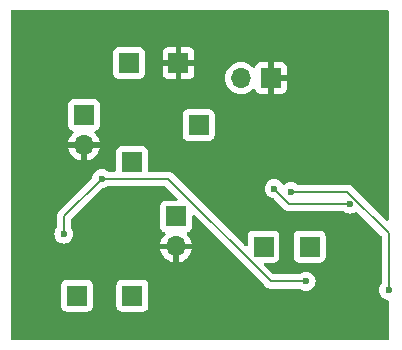
<source format=gbr>
%TF.GenerationSoftware,KiCad,Pcbnew,8.0.4*%
%TF.CreationDate,2024-09-13T17:59:23-07:00*%
%TF.ProjectId,powerTest,706f7765-7254-4657-9374-2e6b69636164,rev?*%
%TF.SameCoordinates,Original*%
%TF.FileFunction,Copper,L2,Bot*%
%TF.FilePolarity,Positive*%
%FSLAX46Y46*%
G04 Gerber Fmt 4.6, Leading zero omitted, Abs format (unit mm)*
G04 Created by KiCad (PCBNEW 8.0.4) date 2024-09-13 17:59:23*
%MOMM*%
%LPD*%
G01*
G04 APERTURE LIST*
%TA.AperFunction,ComponentPad*%
%ADD10R,1.700000X1.700000*%
%TD*%
%TA.AperFunction,ComponentPad*%
%ADD11O,1.700000X1.700000*%
%TD*%
%TA.AperFunction,ViaPad*%
%ADD12C,0.600000*%
%TD*%
%TA.AperFunction,Conductor*%
%ADD13C,0.200000*%
%TD*%
G04 APERTURE END LIST*
D10*
%TO.P,J9,1,Pin_1*%
%TO.N,+3.3V*%
X101250000Y-100900000D03*
%TD*%
%TO.P,J1,1,Pin_1*%
%TO.N,GND*%
X113040000Y-93775000D03*
D11*
%TO.P,J1,2,Pin_2*%
%TO.N,Net-(J1-Pin_2)*%
X110500000Y-93775000D03*
%TD*%
D10*
%TO.P,J8,1,Pin_1*%
%TO.N,GND*%
X105200000Y-92500000D03*
%TD*%
%TO.P,J5,1,Pin_1*%
%TO.N,LLD*%
X106900000Y-97750000D03*
%TD*%
%TO.P,J2,1,Pin_1*%
%TO.N,Net-(J2-Pin_1)*%
X105000000Y-105500000D03*
D11*
%TO.P,J2,2,Pin_2*%
%TO.N,GND*%
X105000000Y-108040000D03*
%TD*%
D10*
%TO.P,J3,1,Pin_1*%
%TO.N,Net-(J3-Pin_1)*%
X97200000Y-96900000D03*
D11*
%TO.P,J3,2,Pin_2*%
%TO.N,GND*%
X97200000Y-99440000D03*
%TD*%
D10*
%TO.P,J6,1,Pin_1*%
%TO.N,5V_EN*%
X101300000Y-112200000D03*
%TD*%
%TO.P,J11,1,Pin_1*%
%TO.N,+5V*%
X96600000Y-112200000D03*
%TD*%
%TO.P,J4,1,Pin_1*%
%TO.N,~{CHRGR_EN}*%
X112400000Y-108050000D03*
%TD*%
%TO.P,J10,1,Pin_1*%
%TO.N,VSS*%
X116300000Y-108050000D03*
%TD*%
%TO.P,J7,1,Pin_1*%
%TO.N,~{SNSR_EN}*%
X101000000Y-92500000D03*
%TD*%
D12*
%TO.N,GND*%
X114850000Y-96500000D03*
X107700000Y-110300000D03*
X102300000Y-107100000D03*
X109500000Y-110300000D03*
X99000000Y-110600000D03*
X121900000Y-115100000D03*
%TO.N,Net-(JP1-A)*%
X113300000Y-103150000D03*
X119700000Y-104450000D03*
%TO.N,/SETSD*%
X123000000Y-111750000D03*
X114750000Y-103400000D03*
%TO.N,VSS*%
X95500000Y-107000000D03*
X116000000Y-111000000D03*
X98700000Y-102300000D03*
%TD*%
D13*
%TO.N,Net-(JP1-A)*%
X119700000Y-104450000D02*
X114600000Y-104450000D01*
X114600000Y-104450000D02*
X113300000Y-103150000D01*
%TO.N,/SETSD*%
X123000000Y-111750000D02*
X123000000Y-106901471D01*
X123000000Y-106901471D02*
X119498529Y-103400000D01*
X119498529Y-103400000D02*
X114750000Y-103400000D01*
%TO.N,VSS*%
X95500000Y-107000000D02*
X95500000Y-105500000D01*
X95500000Y-105500000D02*
X98700000Y-102300000D01*
X116000000Y-111000000D02*
X113000000Y-111000000D01*
X113000000Y-111000000D02*
X104300000Y-102300000D01*
X104300000Y-102300000D02*
X98700000Y-102300000D01*
%TD*%
%TA.AperFunction,Conductor*%
%TO.N,GND*%
G36*
X122943039Y-88019685D02*
G01*
X122988794Y-88072489D01*
X123000000Y-88124000D01*
X123000000Y-105752873D01*
X122980315Y-105819912D01*
X122927511Y-105865667D01*
X122858353Y-105875611D01*
X122794797Y-105846586D01*
X122788319Y-105840554D01*
X119986119Y-103038355D01*
X119986117Y-103038352D01*
X119867246Y-102919481D01*
X119867245Y-102919480D01*
X119763489Y-102859577D01*
X119763488Y-102859576D01*
X119730312Y-102840422D01*
X119674410Y-102825443D01*
X119577586Y-102799499D01*
X119419472Y-102799499D01*
X119411876Y-102799499D01*
X119411860Y-102799500D01*
X115332412Y-102799500D01*
X115265373Y-102779815D01*
X115255097Y-102772445D01*
X115252263Y-102770185D01*
X115252262Y-102770184D01*
X115195496Y-102734515D01*
X115099523Y-102674211D01*
X114929254Y-102614631D01*
X114929249Y-102614630D01*
X114750004Y-102594435D01*
X114749996Y-102594435D01*
X114570750Y-102614630D01*
X114570745Y-102614631D01*
X114400476Y-102674211D01*
X114247737Y-102770184D01*
X114209692Y-102808229D01*
X114148369Y-102841714D01*
X114078677Y-102836728D01*
X114022744Y-102794856D01*
X114017018Y-102786519D01*
X113929815Y-102647737D01*
X113802262Y-102520184D01*
X113649523Y-102424211D01*
X113479254Y-102364631D01*
X113479249Y-102364630D01*
X113300004Y-102344435D01*
X113299996Y-102344435D01*
X113120750Y-102364630D01*
X113120745Y-102364631D01*
X112950476Y-102424211D01*
X112797737Y-102520184D01*
X112670184Y-102647737D01*
X112574211Y-102800476D01*
X112514631Y-102970745D01*
X112514630Y-102970750D01*
X112494435Y-103149996D01*
X112494435Y-103150003D01*
X112514630Y-103329249D01*
X112514631Y-103329254D01*
X112574211Y-103499523D01*
X112670184Y-103652262D01*
X112797738Y-103779816D01*
X112950478Y-103875789D01*
X113120745Y-103935368D01*
X113207669Y-103945161D01*
X113272080Y-103972226D01*
X113281464Y-103980699D01*
X114231284Y-104930520D01*
X114231286Y-104930521D01*
X114231290Y-104930524D01*
X114368209Y-105009573D01*
X114368216Y-105009577D01*
X114520943Y-105050501D01*
X114520945Y-105050501D01*
X114686654Y-105050501D01*
X114686670Y-105050500D01*
X119117588Y-105050500D01*
X119184627Y-105070185D01*
X119194903Y-105077555D01*
X119197736Y-105079814D01*
X119197738Y-105079816D01*
X119350478Y-105175789D01*
X119520745Y-105235368D01*
X119520750Y-105235369D01*
X119699996Y-105255565D01*
X119700000Y-105255565D01*
X119700004Y-105255565D01*
X119879249Y-105235369D01*
X119879252Y-105235368D01*
X119879255Y-105235368D01*
X120049522Y-105175789D01*
X120196432Y-105083478D01*
X120263668Y-105064479D01*
X120330504Y-105084847D01*
X120350085Y-105100792D01*
X122363181Y-107113887D01*
X122396666Y-107175210D01*
X122399500Y-107201568D01*
X122399500Y-111167587D01*
X122379815Y-111234626D01*
X122372450Y-111244896D01*
X122370186Y-111247734D01*
X122274211Y-111400476D01*
X122214631Y-111570745D01*
X122214630Y-111570750D01*
X122194435Y-111749996D01*
X122194435Y-111750003D01*
X122214630Y-111929249D01*
X122214631Y-111929254D01*
X122274211Y-112099523D01*
X122370184Y-112252262D01*
X122497738Y-112379816D01*
X122650478Y-112475789D01*
X122820745Y-112535368D01*
X122820749Y-112535369D01*
X122889883Y-112543158D01*
X122954297Y-112570224D01*
X122993852Y-112627818D01*
X123000000Y-112666378D01*
X123000000Y-115876000D01*
X122980315Y-115943039D01*
X122927511Y-115988794D01*
X122876000Y-116000000D01*
X91124000Y-116000000D01*
X91056961Y-115980315D01*
X91011206Y-115927511D01*
X91000000Y-115876000D01*
X91000000Y-111302135D01*
X95249500Y-111302135D01*
X95249500Y-113097870D01*
X95249501Y-113097876D01*
X95255908Y-113157483D01*
X95306202Y-113292328D01*
X95306206Y-113292335D01*
X95392452Y-113407544D01*
X95392455Y-113407547D01*
X95507664Y-113493793D01*
X95507671Y-113493797D01*
X95642517Y-113544091D01*
X95642516Y-113544091D01*
X95649444Y-113544835D01*
X95702127Y-113550500D01*
X97497872Y-113550499D01*
X97557483Y-113544091D01*
X97692331Y-113493796D01*
X97807546Y-113407546D01*
X97893796Y-113292331D01*
X97944091Y-113157483D01*
X97950500Y-113097873D01*
X97950499Y-111302135D01*
X99949500Y-111302135D01*
X99949500Y-113097870D01*
X99949501Y-113097876D01*
X99955908Y-113157483D01*
X100006202Y-113292328D01*
X100006206Y-113292335D01*
X100092452Y-113407544D01*
X100092455Y-113407547D01*
X100207664Y-113493793D01*
X100207671Y-113493797D01*
X100342517Y-113544091D01*
X100342516Y-113544091D01*
X100349444Y-113544835D01*
X100402127Y-113550500D01*
X102197872Y-113550499D01*
X102257483Y-113544091D01*
X102392331Y-113493796D01*
X102507546Y-113407546D01*
X102593796Y-113292331D01*
X102644091Y-113157483D01*
X102650500Y-113097873D01*
X102650499Y-111302128D01*
X102644091Y-111242517D01*
X102635104Y-111218422D01*
X102593797Y-111107671D01*
X102593793Y-111107664D01*
X102507547Y-110992455D01*
X102507544Y-110992452D01*
X102392335Y-110906206D01*
X102392328Y-110906202D01*
X102257482Y-110855908D01*
X102257483Y-110855908D01*
X102197883Y-110849501D01*
X102197881Y-110849500D01*
X102197873Y-110849500D01*
X102197864Y-110849500D01*
X100402129Y-110849500D01*
X100402123Y-110849501D01*
X100342516Y-110855908D01*
X100207671Y-110906202D01*
X100207664Y-110906206D01*
X100092455Y-110992452D01*
X100092452Y-110992455D01*
X100006206Y-111107664D01*
X100006202Y-111107671D01*
X99955908Y-111242517D01*
X99949501Y-111302116D01*
X99949501Y-111302123D01*
X99949500Y-111302135D01*
X97950499Y-111302135D01*
X97950499Y-111302128D01*
X97944091Y-111242517D01*
X97935104Y-111218422D01*
X97893797Y-111107671D01*
X97893793Y-111107664D01*
X97807547Y-110992455D01*
X97807544Y-110992452D01*
X97692335Y-110906206D01*
X97692328Y-110906202D01*
X97557482Y-110855908D01*
X97557483Y-110855908D01*
X97497883Y-110849501D01*
X97497881Y-110849500D01*
X97497873Y-110849500D01*
X97497864Y-110849500D01*
X95702129Y-110849500D01*
X95702123Y-110849501D01*
X95642516Y-110855908D01*
X95507671Y-110906202D01*
X95507664Y-110906206D01*
X95392455Y-110992452D01*
X95392452Y-110992455D01*
X95306206Y-111107664D01*
X95306202Y-111107671D01*
X95255908Y-111242517D01*
X95249501Y-111302116D01*
X95249501Y-111302123D01*
X95249500Y-111302135D01*
X91000000Y-111302135D01*
X91000000Y-106999996D01*
X94694435Y-106999996D01*
X94694435Y-107000003D01*
X94714630Y-107179249D01*
X94714631Y-107179254D01*
X94774211Y-107349523D01*
X94870184Y-107502262D01*
X94997738Y-107629816D01*
X95150478Y-107725789D01*
X95320745Y-107785368D01*
X95320750Y-107785369D01*
X95499996Y-107805565D01*
X95500000Y-107805565D01*
X95500004Y-107805565D01*
X95679249Y-107785369D01*
X95679252Y-107785368D01*
X95679255Y-107785368D01*
X95849522Y-107725789D01*
X96002262Y-107629816D01*
X96129816Y-107502262D01*
X96225789Y-107349522D01*
X96285368Y-107179255D01*
X96286532Y-107168926D01*
X96305565Y-107000003D01*
X96305565Y-106999996D01*
X96285369Y-106820750D01*
X96285368Y-106820745D01*
X96242943Y-106699501D01*
X96225789Y-106650478D01*
X96129816Y-106497738D01*
X96129814Y-106497736D01*
X96129813Y-106497734D01*
X96127550Y-106494896D01*
X96126659Y-106492715D01*
X96126111Y-106491842D01*
X96126264Y-106491745D01*
X96101144Y-106430209D01*
X96100500Y-106417587D01*
X96100500Y-105800096D01*
X96120185Y-105733057D01*
X96136814Y-105712420D01*
X98718535Y-103130698D01*
X98779856Y-103097215D01*
X98792311Y-103095163D01*
X98879255Y-103085368D01*
X99049522Y-103025789D01*
X99202262Y-102929816D01*
X99202267Y-102929810D01*
X99205097Y-102927555D01*
X99207275Y-102926665D01*
X99208158Y-102926111D01*
X99208255Y-102926265D01*
X99269783Y-102901145D01*
X99282412Y-102900500D01*
X103999903Y-102900500D01*
X104066942Y-102920185D01*
X104087584Y-102936819D01*
X105088584Y-103937819D01*
X105122069Y-103999142D01*
X105117085Y-104068834D01*
X105075213Y-104124767D01*
X105009749Y-104149184D01*
X105000903Y-104149500D01*
X104102129Y-104149500D01*
X104102123Y-104149501D01*
X104042516Y-104155908D01*
X103907671Y-104206202D01*
X103907664Y-104206206D01*
X103792455Y-104292452D01*
X103792452Y-104292455D01*
X103706206Y-104407664D01*
X103706202Y-104407671D01*
X103655908Y-104542517D01*
X103649501Y-104602116D01*
X103649500Y-104602135D01*
X103649500Y-106397870D01*
X103649501Y-106397876D01*
X103655908Y-106457483D01*
X103706202Y-106592328D01*
X103706206Y-106592335D01*
X103792452Y-106707544D01*
X103792455Y-106707547D01*
X103907664Y-106793793D01*
X103907671Y-106793797D01*
X103907674Y-106793798D01*
X104039598Y-106843002D01*
X104095531Y-106884873D01*
X104119949Y-106950337D01*
X104105098Y-107018610D01*
X104083947Y-107046865D01*
X103961886Y-107168926D01*
X103826400Y-107362420D01*
X103826399Y-107362422D01*
X103726570Y-107576507D01*
X103726567Y-107576513D01*
X103669364Y-107789999D01*
X103669364Y-107790000D01*
X104566988Y-107790000D01*
X104534075Y-107847007D01*
X104500000Y-107974174D01*
X104500000Y-108105826D01*
X104534075Y-108232993D01*
X104566988Y-108290000D01*
X103669364Y-108290000D01*
X103726567Y-108503486D01*
X103726570Y-108503492D01*
X103826399Y-108717578D01*
X103961894Y-108911082D01*
X104128917Y-109078105D01*
X104322421Y-109213600D01*
X104536507Y-109313429D01*
X104536516Y-109313433D01*
X104750000Y-109370634D01*
X104750000Y-108473012D01*
X104807007Y-108505925D01*
X104934174Y-108540000D01*
X105065826Y-108540000D01*
X105192993Y-108505925D01*
X105250000Y-108473012D01*
X105250000Y-109370633D01*
X105463483Y-109313433D01*
X105463492Y-109313429D01*
X105677578Y-109213600D01*
X105871082Y-109078105D01*
X106038105Y-108911082D01*
X106173600Y-108717578D01*
X106273429Y-108503492D01*
X106273432Y-108503486D01*
X106330636Y-108290000D01*
X105433012Y-108290000D01*
X105465925Y-108232993D01*
X105500000Y-108105826D01*
X105500000Y-107974174D01*
X105465925Y-107847007D01*
X105433012Y-107790000D01*
X106330636Y-107790000D01*
X106330635Y-107789999D01*
X106273432Y-107576513D01*
X106273429Y-107576507D01*
X106173600Y-107362422D01*
X106173599Y-107362420D01*
X106038113Y-107168926D01*
X106038108Y-107168920D01*
X105916053Y-107046865D01*
X105882568Y-106985542D01*
X105887552Y-106915850D01*
X105929424Y-106859917D01*
X105960400Y-106843002D01*
X106092331Y-106793796D01*
X106207546Y-106707546D01*
X106293796Y-106592331D01*
X106344091Y-106457483D01*
X106350500Y-106397873D01*
X106350499Y-105499095D01*
X106370183Y-105432057D01*
X106422987Y-105386302D01*
X106492146Y-105376358D01*
X106555702Y-105405383D01*
X106562180Y-105411415D01*
X112515139Y-111364374D01*
X112515149Y-111364385D01*
X112519479Y-111368715D01*
X112519480Y-111368716D01*
X112631284Y-111480520D01*
X112718095Y-111530639D01*
X112718097Y-111530641D01*
X112756151Y-111552611D01*
X112768215Y-111559577D01*
X112920943Y-111600501D01*
X112920946Y-111600501D01*
X113086653Y-111600501D01*
X113086669Y-111600500D01*
X115417588Y-111600500D01*
X115484627Y-111620185D01*
X115494903Y-111627555D01*
X115497736Y-111629814D01*
X115497738Y-111629816D01*
X115650478Y-111725789D01*
X115719678Y-111750003D01*
X115820745Y-111785368D01*
X115820750Y-111785369D01*
X115999996Y-111805565D01*
X116000000Y-111805565D01*
X116000004Y-111805565D01*
X116179249Y-111785369D01*
X116179252Y-111785368D01*
X116179255Y-111785368D01*
X116349522Y-111725789D01*
X116502262Y-111629816D01*
X116629816Y-111502262D01*
X116725789Y-111349522D01*
X116785368Y-111179255D01*
X116793434Y-111107669D01*
X116805565Y-111000003D01*
X116805565Y-110999996D01*
X116785369Y-110820750D01*
X116785368Y-110820745D01*
X116725788Y-110650476D01*
X116629815Y-110497737D01*
X116502262Y-110370184D01*
X116349523Y-110274211D01*
X116179254Y-110214631D01*
X116179249Y-110214630D01*
X116000004Y-110194435D01*
X115999996Y-110194435D01*
X115820750Y-110214630D01*
X115820745Y-110214631D01*
X115650476Y-110274211D01*
X115497736Y-110370185D01*
X115494903Y-110372445D01*
X115492724Y-110373334D01*
X115491842Y-110373889D01*
X115491744Y-110373734D01*
X115430217Y-110398855D01*
X115417588Y-110399500D01*
X113300097Y-110399500D01*
X113233058Y-110379815D01*
X113212416Y-110363181D01*
X112461415Y-109612180D01*
X112427930Y-109550857D01*
X112432914Y-109481165D01*
X112474786Y-109425232D01*
X112540250Y-109400815D01*
X112549096Y-109400499D01*
X113297871Y-109400499D01*
X113297872Y-109400499D01*
X113357483Y-109394091D01*
X113492331Y-109343796D01*
X113607546Y-109257546D01*
X113693796Y-109142331D01*
X113744091Y-109007483D01*
X113750500Y-108947873D01*
X113750499Y-107152135D01*
X114949500Y-107152135D01*
X114949500Y-108947870D01*
X114949501Y-108947876D01*
X114955908Y-109007483D01*
X115006202Y-109142328D01*
X115006206Y-109142335D01*
X115092452Y-109257544D01*
X115092455Y-109257547D01*
X115207664Y-109343793D01*
X115207671Y-109343797D01*
X115342517Y-109394091D01*
X115342516Y-109394091D01*
X115349444Y-109394835D01*
X115402127Y-109400500D01*
X117197872Y-109400499D01*
X117257483Y-109394091D01*
X117392331Y-109343796D01*
X117507546Y-109257546D01*
X117593796Y-109142331D01*
X117644091Y-109007483D01*
X117650500Y-108947873D01*
X117650499Y-107152128D01*
X117644091Y-107092517D01*
X117616525Y-107018610D01*
X117593797Y-106957671D01*
X117593793Y-106957664D01*
X117507547Y-106842455D01*
X117507544Y-106842452D01*
X117392335Y-106756206D01*
X117392328Y-106756202D01*
X117257482Y-106705908D01*
X117257483Y-106705908D01*
X117197883Y-106699501D01*
X117197881Y-106699500D01*
X117197873Y-106699500D01*
X117197864Y-106699500D01*
X115402129Y-106699500D01*
X115402123Y-106699501D01*
X115342516Y-106705908D01*
X115207671Y-106756202D01*
X115207664Y-106756206D01*
X115092455Y-106842452D01*
X115092452Y-106842455D01*
X115006206Y-106957664D01*
X115006202Y-106957671D01*
X114955908Y-107092517D01*
X114949501Y-107152116D01*
X114949501Y-107152123D01*
X114949500Y-107152135D01*
X113750499Y-107152135D01*
X113750499Y-107152128D01*
X113744091Y-107092517D01*
X113716525Y-107018610D01*
X113693797Y-106957671D01*
X113693793Y-106957664D01*
X113607547Y-106842455D01*
X113607544Y-106842452D01*
X113492335Y-106756206D01*
X113492328Y-106756202D01*
X113357482Y-106705908D01*
X113357483Y-106705908D01*
X113297883Y-106699501D01*
X113297881Y-106699500D01*
X113297873Y-106699500D01*
X113297864Y-106699500D01*
X111502129Y-106699500D01*
X111502123Y-106699501D01*
X111442516Y-106705908D01*
X111307671Y-106756202D01*
X111307664Y-106756206D01*
X111192455Y-106842452D01*
X111192452Y-106842455D01*
X111106206Y-106957664D01*
X111106202Y-106957671D01*
X111055908Y-107092517D01*
X111049501Y-107152116D01*
X111049501Y-107152123D01*
X111049500Y-107152135D01*
X111049500Y-107900903D01*
X111029815Y-107967942D01*
X110977011Y-108013697D01*
X110907853Y-108023641D01*
X110844297Y-107994616D01*
X110837819Y-107988584D01*
X104787590Y-101938355D01*
X104787588Y-101938352D01*
X104668717Y-101819481D01*
X104668709Y-101819475D01*
X104566936Y-101760717D01*
X104566934Y-101760716D01*
X104531790Y-101740425D01*
X104531789Y-101740424D01*
X104519263Y-101737067D01*
X104379057Y-101699499D01*
X104220943Y-101699499D01*
X104213347Y-101699499D01*
X104213331Y-101699500D01*
X102724500Y-101699500D01*
X102657461Y-101679815D01*
X102611706Y-101627011D01*
X102600500Y-101575500D01*
X102600499Y-100002129D01*
X102600498Y-100002123D01*
X102600497Y-100002116D01*
X102594091Y-99942517D01*
X102593152Y-99940000D01*
X102543797Y-99807671D01*
X102543793Y-99807664D01*
X102457547Y-99692455D01*
X102457544Y-99692452D01*
X102342335Y-99606206D01*
X102342328Y-99606202D01*
X102207482Y-99555908D01*
X102207483Y-99555908D01*
X102147883Y-99549501D01*
X102147881Y-99549500D01*
X102147873Y-99549500D01*
X102147864Y-99549500D01*
X100352129Y-99549500D01*
X100352123Y-99549501D01*
X100292516Y-99555908D01*
X100157671Y-99606202D01*
X100157664Y-99606206D01*
X100042455Y-99692452D01*
X100042452Y-99692455D01*
X99956206Y-99807664D01*
X99956202Y-99807671D01*
X99905908Y-99942517D01*
X99899501Y-100002116D01*
X99899501Y-100002123D01*
X99899500Y-100002135D01*
X99899501Y-101575500D01*
X99879816Y-101642539D01*
X99827013Y-101688294D01*
X99775501Y-101699500D01*
X99282412Y-101699500D01*
X99215373Y-101679815D01*
X99205097Y-101672445D01*
X99202263Y-101670185D01*
X99202262Y-101670184D01*
X99133553Y-101627011D01*
X99049523Y-101574211D01*
X98879254Y-101514631D01*
X98879249Y-101514630D01*
X98700004Y-101494435D01*
X98699996Y-101494435D01*
X98520750Y-101514630D01*
X98520745Y-101514631D01*
X98350476Y-101574211D01*
X98197737Y-101670184D01*
X98070184Y-101797737D01*
X97974210Y-101950478D01*
X97914630Y-102120750D01*
X97904837Y-102207668D01*
X97877770Y-102272082D01*
X97869298Y-102281465D01*
X95131286Y-105019478D01*
X95019481Y-105131282D01*
X95019480Y-105131284D01*
X94975093Y-105208165D01*
X94940423Y-105268215D01*
X94899499Y-105420943D01*
X94899499Y-105420945D01*
X94899499Y-105589046D01*
X94899500Y-105589059D01*
X94899500Y-106417587D01*
X94879815Y-106484626D01*
X94872450Y-106494896D01*
X94870186Y-106497734D01*
X94774211Y-106650476D01*
X94714631Y-106820745D01*
X94714630Y-106820750D01*
X94694435Y-106999996D01*
X91000000Y-106999996D01*
X91000000Y-96002135D01*
X95849500Y-96002135D01*
X95849500Y-97797870D01*
X95849501Y-97797876D01*
X95855908Y-97857483D01*
X95906202Y-97992328D01*
X95906206Y-97992335D01*
X95992452Y-98107544D01*
X95992455Y-98107547D01*
X96107664Y-98193793D01*
X96107671Y-98193797D01*
X96107674Y-98193798D01*
X96239598Y-98243002D01*
X96295531Y-98284873D01*
X96319949Y-98350337D01*
X96305098Y-98418610D01*
X96283947Y-98446865D01*
X96161886Y-98568926D01*
X96026400Y-98762420D01*
X96026399Y-98762422D01*
X95926570Y-98976507D01*
X95926567Y-98976513D01*
X95869364Y-99189999D01*
X95869364Y-99190000D01*
X96766988Y-99190000D01*
X96734075Y-99247007D01*
X96700000Y-99374174D01*
X96700000Y-99505826D01*
X96734075Y-99632993D01*
X96766988Y-99690000D01*
X95869364Y-99690000D01*
X95926567Y-99903486D01*
X95926570Y-99903492D01*
X96026399Y-100117578D01*
X96161894Y-100311082D01*
X96328917Y-100478105D01*
X96522421Y-100613600D01*
X96736507Y-100713429D01*
X96736516Y-100713433D01*
X96950000Y-100770634D01*
X96950000Y-99873012D01*
X97007007Y-99905925D01*
X97134174Y-99940000D01*
X97265826Y-99940000D01*
X97392993Y-99905925D01*
X97450000Y-99873012D01*
X97450000Y-100770633D01*
X97663483Y-100713433D01*
X97663492Y-100713429D01*
X97877578Y-100613600D01*
X98071082Y-100478105D01*
X98238105Y-100311082D01*
X98373600Y-100117578D01*
X98473429Y-99903492D01*
X98473432Y-99903486D01*
X98530636Y-99690000D01*
X97633012Y-99690000D01*
X97665925Y-99632993D01*
X97700000Y-99505826D01*
X97700000Y-99374174D01*
X97665925Y-99247007D01*
X97633012Y-99190000D01*
X98530636Y-99190000D01*
X98530635Y-99189999D01*
X98473432Y-98976513D01*
X98473429Y-98976507D01*
X98373600Y-98762422D01*
X98373599Y-98762420D01*
X98238113Y-98568926D01*
X98238108Y-98568920D01*
X98116053Y-98446865D01*
X98082568Y-98385542D01*
X98087552Y-98315850D01*
X98129424Y-98259917D01*
X98160400Y-98243002D01*
X98292331Y-98193796D01*
X98407546Y-98107546D01*
X98493796Y-97992331D01*
X98544091Y-97857483D01*
X98550500Y-97797873D01*
X98550499Y-96852135D01*
X105549500Y-96852135D01*
X105549500Y-98647870D01*
X105549501Y-98647876D01*
X105555908Y-98707483D01*
X105606202Y-98842328D01*
X105606206Y-98842335D01*
X105692452Y-98957544D01*
X105692455Y-98957547D01*
X105807664Y-99043793D01*
X105807671Y-99043797D01*
X105942517Y-99094091D01*
X105942516Y-99094091D01*
X105949444Y-99094835D01*
X106002127Y-99100500D01*
X107797872Y-99100499D01*
X107857483Y-99094091D01*
X107992331Y-99043796D01*
X108107546Y-98957546D01*
X108193796Y-98842331D01*
X108244091Y-98707483D01*
X108250500Y-98647873D01*
X108250499Y-96852128D01*
X108244091Y-96792517D01*
X108193796Y-96657669D01*
X108193795Y-96657668D01*
X108193793Y-96657664D01*
X108107547Y-96542455D01*
X108107544Y-96542452D01*
X107992335Y-96456206D01*
X107992328Y-96456202D01*
X107857482Y-96405908D01*
X107857483Y-96405908D01*
X107797883Y-96399501D01*
X107797881Y-96399500D01*
X107797873Y-96399500D01*
X107797864Y-96399500D01*
X106002129Y-96399500D01*
X106002123Y-96399501D01*
X105942516Y-96405908D01*
X105807671Y-96456202D01*
X105807664Y-96456206D01*
X105692455Y-96542452D01*
X105692452Y-96542455D01*
X105606206Y-96657664D01*
X105606202Y-96657671D01*
X105555908Y-96792517D01*
X105549501Y-96852116D01*
X105549501Y-96852123D01*
X105549500Y-96852135D01*
X98550499Y-96852135D01*
X98550499Y-96002128D01*
X98544091Y-95942517D01*
X98493796Y-95807669D01*
X98493795Y-95807668D01*
X98493793Y-95807664D01*
X98407547Y-95692455D01*
X98407544Y-95692452D01*
X98292335Y-95606206D01*
X98292328Y-95606202D01*
X98157482Y-95555908D01*
X98157483Y-95555908D01*
X98097883Y-95549501D01*
X98097881Y-95549500D01*
X98097873Y-95549500D01*
X98097864Y-95549500D01*
X96302129Y-95549500D01*
X96302123Y-95549501D01*
X96242516Y-95555908D01*
X96107671Y-95606202D01*
X96107664Y-95606206D01*
X95992455Y-95692452D01*
X95992452Y-95692455D01*
X95906206Y-95807664D01*
X95906202Y-95807671D01*
X95855908Y-95942517D01*
X95849501Y-96002116D01*
X95849501Y-96002123D01*
X95849500Y-96002135D01*
X91000000Y-96002135D01*
X91000000Y-91602135D01*
X99649500Y-91602135D01*
X99649500Y-93397870D01*
X99649501Y-93397876D01*
X99655908Y-93457483D01*
X99706202Y-93592328D01*
X99706206Y-93592335D01*
X99792452Y-93707544D01*
X99792455Y-93707547D01*
X99907664Y-93793793D01*
X99907671Y-93793797D01*
X100042517Y-93844091D01*
X100042516Y-93844091D01*
X100049444Y-93844835D01*
X100102127Y-93850500D01*
X101897872Y-93850499D01*
X101957483Y-93844091D01*
X102092331Y-93793796D01*
X102207546Y-93707546D01*
X102293796Y-93592331D01*
X102344091Y-93457483D01*
X102350500Y-93397873D01*
X102350499Y-91602155D01*
X103850000Y-91602155D01*
X103850000Y-92250000D01*
X104766988Y-92250000D01*
X104734075Y-92307007D01*
X104700000Y-92434174D01*
X104700000Y-92565826D01*
X104734075Y-92692993D01*
X104766988Y-92750000D01*
X103850000Y-92750000D01*
X103850000Y-93397844D01*
X103856401Y-93457372D01*
X103856403Y-93457379D01*
X103906645Y-93592086D01*
X103906649Y-93592093D01*
X103992809Y-93707187D01*
X103992812Y-93707190D01*
X104107906Y-93793350D01*
X104107913Y-93793354D01*
X104242620Y-93843596D01*
X104242627Y-93843598D01*
X104302155Y-93849999D01*
X104302172Y-93850000D01*
X104950000Y-93850000D01*
X104950000Y-92933012D01*
X105007007Y-92965925D01*
X105134174Y-93000000D01*
X105265826Y-93000000D01*
X105392993Y-92965925D01*
X105450000Y-92933012D01*
X105450000Y-93850000D01*
X106097828Y-93850000D01*
X106097844Y-93849999D01*
X106157372Y-93843598D01*
X106157379Y-93843596D01*
X106292086Y-93793354D01*
X106292093Y-93793350D01*
X106316607Y-93774999D01*
X109144341Y-93774999D01*
X109144341Y-93775000D01*
X109164936Y-94010403D01*
X109164938Y-94010413D01*
X109226094Y-94238655D01*
X109226096Y-94238659D01*
X109226097Y-94238663D01*
X109325965Y-94452830D01*
X109325967Y-94452834D01*
X109434281Y-94607521D01*
X109461505Y-94646401D01*
X109628599Y-94813495D01*
X109705135Y-94867086D01*
X109822165Y-94949032D01*
X109822167Y-94949033D01*
X109822170Y-94949035D01*
X110036337Y-95048903D01*
X110264592Y-95110063D01*
X110435319Y-95125000D01*
X110499999Y-95130659D01*
X110500000Y-95130659D01*
X110500001Y-95130659D01*
X110564681Y-95125000D01*
X110735408Y-95110063D01*
X110963663Y-95048903D01*
X111177830Y-94949035D01*
X111371401Y-94813495D01*
X111493717Y-94691178D01*
X111555036Y-94657696D01*
X111624728Y-94662680D01*
X111680662Y-94704551D01*
X111697577Y-94735528D01*
X111746646Y-94867088D01*
X111746649Y-94867093D01*
X111832809Y-94982187D01*
X111832812Y-94982190D01*
X111947906Y-95068350D01*
X111947913Y-95068354D01*
X112082620Y-95118596D01*
X112082627Y-95118598D01*
X112142155Y-95124999D01*
X112142172Y-95125000D01*
X112790000Y-95125000D01*
X112790000Y-94208012D01*
X112847007Y-94240925D01*
X112974174Y-94275000D01*
X113105826Y-94275000D01*
X113232993Y-94240925D01*
X113290000Y-94208012D01*
X113290000Y-95125000D01*
X113937828Y-95125000D01*
X113937844Y-95124999D01*
X113997372Y-95118598D01*
X113997379Y-95118596D01*
X114132086Y-95068354D01*
X114132093Y-95068350D01*
X114247187Y-94982190D01*
X114247190Y-94982187D01*
X114333350Y-94867093D01*
X114333354Y-94867086D01*
X114383596Y-94732379D01*
X114383598Y-94732372D01*
X114389999Y-94672844D01*
X114390000Y-94672827D01*
X114390000Y-94025000D01*
X113473012Y-94025000D01*
X113505925Y-93967993D01*
X113540000Y-93840826D01*
X113540000Y-93709174D01*
X113505925Y-93582007D01*
X113473012Y-93525000D01*
X114390000Y-93525000D01*
X114390000Y-92877172D01*
X114389999Y-92877155D01*
X114383598Y-92817627D01*
X114383596Y-92817620D01*
X114333354Y-92682913D01*
X114333350Y-92682906D01*
X114247190Y-92567812D01*
X114247187Y-92567809D01*
X114132093Y-92481649D01*
X114132086Y-92481645D01*
X113997379Y-92431403D01*
X113997372Y-92431401D01*
X113937844Y-92425000D01*
X113290000Y-92425000D01*
X113290000Y-93341988D01*
X113232993Y-93309075D01*
X113105826Y-93275000D01*
X112974174Y-93275000D01*
X112847007Y-93309075D01*
X112790000Y-93341988D01*
X112790000Y-92425000D01*
X112142155Y-92425000D01*
X112082627Y-92431401D01*
X112082620Y-92431403D01*
X111947913Y-92481645D01*
X111947906Y-92481649D01*
X111832812Y-92567809D01*
X111832809Y-92567812D01*
X111746649Y-92682906D01*
X111746645Y-92682913D01*
X111697578Y-92814470D01*
X111655707Y-92870404D01*
X111590242Y-92894821D01*
X111521969Y-92879969D01*
X111493715Y-92858819D01*
X111441903Y-92807007D01*
X111371401Y-92736505D01*
X111371397Y-92736502D01*
X111371396Y-92736501D01*
X111177834Y-92600967D01*
X111177830Y-92600965D01*
X111102474Y-92565826D01*
X110963663Y-92501097D01*
X110963659Y-92501096D01*
X110963655Y-92501094D01*
X110735413Y-92439938D01*
X110735403Y-92439936D01*
X110500001Y-92419341D01*
X110499999Y-92419341D01*
X110264596Y-92439936D01*
X110264586Y-92439938D01*
X110036344Y-92501094D01*
X110036335Y-92501098D01*
X109822171Y-92600964D01*
X109822169Y-92600965D01*
X109628597Y-92736505D01*
X109461505Y-92903597D01*
X109325965Y-93097169D01*
X109325964Y-93097171D01*
X109226098Y-93311335D01*
X109226094Y-93311344D01*
X109164938Y-93539586D01*
X109164936Y-93539596D01*
X109144341Y-93774999D01*
X106316607Y-93774999D01*
X106407187Y-93707190D01*
X106407190Y-93707187D01*
X106493350Y-93592093D01*
X106493354Y-93592086D01*
X106543596Y-93457379D01*
X106543598Y-93457372D01*
X106549999Y-93397844D01*
X106550000Y-93397827D01*
X106550000Y-92750000D01*
X105633012Y-92750000D01*
X105665925Y-92692993D01*
X105700000Y-92565826D01*
X105700000Y-92434174D01*
X105665925Y-92307007D01*
X105633012Y-92250000D01*
X106550000Y-92250000D01*
X106550000Y-91602172D01*
X106549999Y-91602155D01*
X106543598Y-91542627D01*
X106543596Y-91542620D01*
X106493354Y-91407913D01*
X106493350Y-91407906D01*
X106407190Y-91292812D01*
X106407187Y-91292809D01*
X106292093Y-91206649D01*
X106292086Y-91206645D01*
X106157379Y-91156403D01*
X106157372Y-91156401D01*
X106097844Y-91150000D01*
X105450000Y-91150000D01*
X105450000Y-92066988D01*
X105392993Y-92034075D01*
X105265826Y-92000000D01*
X105134174Y-92000000D01*
X105007007Y-92034075D01*
X104950000Y-92066988D01*
X104950000Y-91150000D01*
X104302155Y-91150000D01*
X104242627Y-91156401D01*
X104242620Y-91156403D01*
X104107913Y-91206645D01*
X104107906Y-91206649D01*
X103992812Y-91292809D01*
X103992809Y-91292812D01*
X103906649Y-91407906D01*
X103906645Y-91407913D01*
X103856403Y-91542620D01*
X103856401Y-91542627D01*
X103850000Y-91602155D01*
X102350499Y-91602155D01*
X102350499Y-91602128D01*
X102344091Y-91542517D01*
X102293884Y-91407906D01*
X102293797Y-91407671D01*
X102293793Y-91407664D01*
X102207547Y-91292455D01*
X102207544Y-91292452D01*
X102092335Y-91206206D01*
X102092328Y-91206202D01*
X101957482Y-91155908D01*
X101957483Y-91155908D01*
X101897883Y-91149501D01*
X101897881Y-91149500D01*
X101897873Y-91149500D01*
X101897864Y-91149500D01*
X100102129Y-91149500D01*
X100102123Y-91149501D01*
X100042516Y-91155908D01*
X99907671Y-91206202D01*
X99907664Y-91206206D01*
X99792455Y-91292452D01*
X99792452Y-91292455D01*
X99706206Y-91407664D01*
X99706202Y-91407671D01*
X99655908Y-91542517D01*
X99649501Y-91602116D01*
X99649501Y-91602123D01*
X99649500Y-91602135D01*
X91000000Y-91602135D01*
X91000000Y-88124000D01*
X91019685Y-88056961D01*
X91072489Y-88011206D01*
X91124000Y-88000000D01*
X122876000Y-88000000D01*
X122943039Y-88019685D01*
G37*
%TD.AperFunction*%
%TD*%
M02*

</source>
